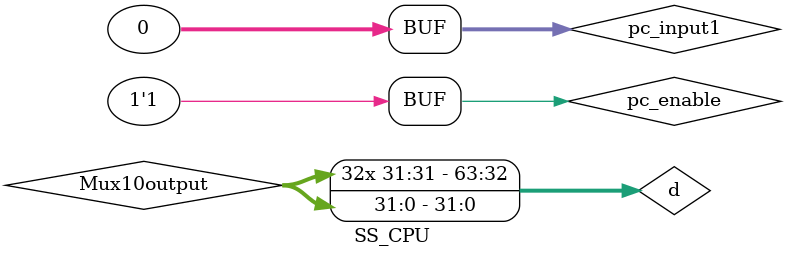
<source format=v>
`timescale 1ns / 1ps
`include "control.v"
`include "adder.v"
`include "addFour.v"
`include "ALU.v"
`include "ALUControl.v"
`include "dataMemory.v"
`include "immediateGenerator.v"
`include "insMem.v"
`include "multiplexer.v"
`include "multiplexer2.v"
`include "programCounter.v"
`include "registerFile.v"
`include "shiftLeft.v"
`include "clock.v"

module SS_CPU;

wire [31:0] branchaddress,Writedata,Mux10output,ALUOut, DataOutput,pc_input,RD, PC, PCPlus4;
wire [63:0] immediateout,shiftoutput,Mux1output,RD1,RD2,d,e;
wire [3:0] Control; 
wire [1:0] Aluop;
wire MemtoReg;
wire clk;
reg pc_enable;
reg [31:0] pc_input1;
clock c(clk); 
programCounter P1(pc_enable,pc_input1,clk,PC);
addFour A1(PC,PCPlus4);
insMem I1(PC,RD);
control M1(RD[6:0],ALUSrc, MemtoReg, RegWrite, MemRead, MemWrite, Branch,Aluop);
registerFile R1(Writedata,RegWrite,RD[19:15],RD[24:20],clk,RD1[31:0],RD2[31:0],RD[11:7]);
immediateGenerator S1(RD[31:0],immediateout);
multiplexer #(64) M4(RD2,immediateout,ALUSrc,Mux1output);
ALUControl A3(Aluop,RD[30],RD[14:12],Control);
assign d = {{32{Mux10output[31]}},Mux10output[31:0]};
ALU A2(d[31:0],Mux1output[31:0],Control,ALUOut,Zero);
dataMemory D1(ALUOut,RD2[31:0],MemWrite,MemRead,clk,DataOutput);
assign e = {{32{PCPlus4[31]}},PCPlus4[31:0]};
multiplexer2 M2(ALUOut,DataOutput,e[31:0],{1'b0,MemtoReg},Writedata);
and Q1(andoutput,Branch,Zero);
shiftLeft #(64) S12(immediateout,shiftoutput);
adder A23(PC,shiftoutput[31:0],branchaddress);
multiplexer M3(PCPlus4,branchaddress,andoutput,pc_input);
    
initial begin
   $dumpfile("SS_CPU.vcd");
   $dumpvars(0,SS_CPU);
   pc_enable =1'b1;
   #10;
   pc_input1 = 32'b0;
   #10;
  end
 
 initial begin
    $display("test completed");
 end
endmodule
</source>
